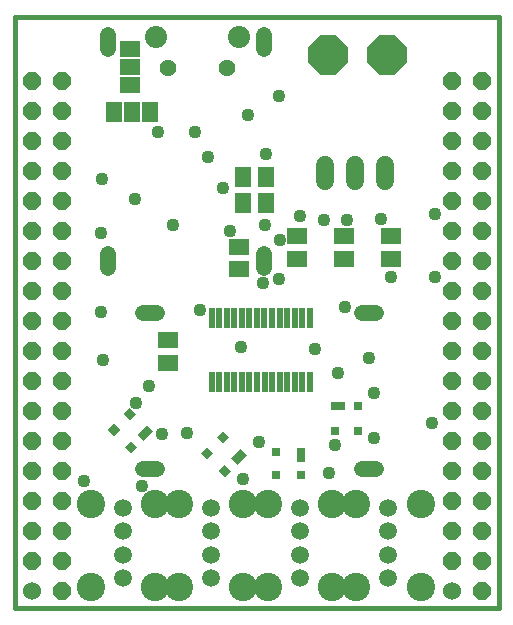
<source format=gbs>
G75*
%MOIN*%
%OFA0B0*%
%FSLAX24Y24*%
%IPPOS*%
%LPD*%
%AMOC8*
5,1,8,0,0,1.08239X$1,22.5*
%
%ADD10C,0.0160*%
%ADD11C,0.0600*%
%ADD12OC8,0.0600*%
%ADD13R,0.0198X0.0651*%
%ADD14OC8,0.1310*%
%ADD15C,0.0532*%
%ADD16C,0.0600*%
%ADD17R,0.0651X0.0572*%
%ADD18R,0.0572X0.0651*%
%ADD19R,0.0454X0.0296*%
%ADD20R,0.0296X0.0296*%
%ADD21R,0.0296X0.0454*%
%ADD22R,0.0296X0.0296*%
%ADD23R,0.0520X0.0690*%
%ADD24C,0.0591*%
%ADD25C,0.0946*%
%ADD26R,0.0690X0.0520*%
%ADD27C,0.0739*%
%ADD28C,0.0562*%
%ADD29C,0.0436*%
D10*
X002254Y004003D02*
X018396Y004003D01*
X018396Y023688D01*
X002254Y023688D01*
X002254Y004003D01*
D11*
X002825Y004558D03*
X016825Y004558D03*
D12*
X016825Y005558D03*
X016825Y006558D03*
X016825Y007558D03*
X016825Y008558D03*
X016825Y009558D03*
X016825Y010558D03*
X016825Y011558D03*
X017825Y011558D03*
X017825Y010558D03*
X017825Y009558D03*
X017825Y008558D03*
X017825Y007558D03*
X017825Y006558D03*
X017825Y005558D03*
X017825Y004558D03*
X017825Y012558D03*
X017825Y013558D03*
X017825Y014558D03*
X017825Y015558D03*
X017825Y016558D03*
X017825Y017558D03*
X017825Y018558D03*
X017825Y019558D03*
X017825Y020558D03*
X017825Y021558D03*
X016825Y021558D03*
X016825Y020558D03*
X016825Y019558D03*
X016825Y018558D03*
X016825Y017558D03*
X016825Y016558D03*
X016825Y015558D03*
X016825Y014558D03*
X016825Y013558D03*
X016825Y012558D03*
X003825Y012558D03*
X003825Y013558D03*
X003825Y014558D03*
X003825Y015558D03*
X003825Y016558D03*
X003825Y017558D03*
X003825Y018558D03*
X003825Y019558D03*
X003825Y020558D03*
X003825Y021558D03*
X002825Y021558D03*
X002825Y020558D03*
X002825Y019558D03*
X002825Y018558D03*
X002825Y017558D03*
X002825Y016558D03*
X002825Y015558D03*
X002825Y014558D03*
X002825Y013558D03*
X002825Y012558D03*
X002825Y011558D03*
X002825Y010558D03*
X002825Y009558D03*
X002825Y008558D03*
X002825Y007558D03*
X002825Y006558D03*
X002825Y005558D03*
X003825Y005558D03*
X003825Y004558D03*
X003825Y006558D03*
X003825Y007558D03*
X003825Y008558D03*
X003825Y009558D03*
X003825Y010558D03*
X003825Y011558D03*
D13*
X008820Y011524D03*
X009072Y011524D03*
X009324Y011524D03*
X009576Y011524D03*
X009828Y011524D03*
X010080Y011524D03*
X010332Y011524D03*
X010584Y011524D03*
X010836Y011524D03*
X011088Y011524D03*
X011340Y011524D03*
X011592Y011524D03*
X011844Y011524D03*
X012096Y011524D03*
X012096Y013650D03*
X011844Y013650D03*
X011592Y013650D03*
X011340Y013650D03*
X011088Y013650D03*
X010836Y013650D03*
X010576Y013650D03*
X010332Y013650D03*
X010080Y013650D03*
X009828Y013650D03*
X009576Y013650D03*
X009324Y013650D03*
X009072Y013650D03*
X008820Y013650D03*
D14*
X012687Y022428D03*
X014655Y022428D03*
D15*
X010570Y022633D02*
X010570Y023105D01*
X005370Y023105D02*
X005370Y022633D01*
X005370Y015805D02*
X005370Y015333D01*
X006536Y013840D02*
X007009Y013840D01*
X010570Y015333D02*
X010570Y015805D01*
X013836Y013840D02*
X014309Y013840D01*
X014309Y008640D02*
X013836Y008640D01*
X007009Y008640D02*
X006536Y008640D01*
D16*
X012592Y018221D02*
X012592Y018761D01*
X013592Y018761D02*
X013592Y018221D01*
X014592Y018221D02*
X014592Y018761D01*
D17*
X014813Y016385D03*
X014813Y015637D03*
X013238Y015637D03*
X013238Y016385D03*
X011663Y016385D03*
X011663Y015637D03*
X009734Y015282D03*
X009734Y016031D03*
X007372Y012920D03*
X007372Y012172D03*
D18*
X009872Y017507D03*
X009872Y018373D03*
X010620Y018373D03*
X010620Y017507D03*
D19*
X013022Y010716D03*
G36*
X009458Y008983D02*
X009778Y009303D01*
X009988Y009093D01*
X009668Y008773D01*
X009458Y008983D01*
G37*
G36*
X006348Y009770D02*
X006668Y010090D01*
X006878Y009880D01*
X006558Y009560D01*
X006348Y009770D01*
G37*
D20*
X010974Y009180D03*
X010974Y008432D03*
X011801Y008432D03*
X012943Y009889D03*
X013691Y009889D03*
X013691Y010716D03*
D21*
X011801Y009101D03*
D22*
G36*
X009041Y008564D02*
X009250Y008773D01*
X009459Y008564D01*
X009250Y008355D01*
X009041Y008564D01*
G37*
G36*
X008457Y009149D02*
X008666Y009358D01*
X008875Y009149D01*
X008666Y008940D01*
X008457Y009149D01*
G37*
G36*
X008985Y009678D02*
X009194Y009887D01*
X009403Y009678D01*
X009194Y009469D01*
X008985Y009678D01*
G37*
G36*
X005931Y009352D02*
X006140Y009561D01*
X006349Y009352D01*
X006140Y009143D01*
X005931Y009352D01*
G37*
G36*
X005346Y009936D02*
X005555Y010145D01*
X005764Y009936D01*
X005555Y009727D01*
X005346Y009936D01*
G37*
G36*
X005875Y010465D02*
X006084Y010674D01*
X006293Y010465D01*
X006084Y010256D01*
X005875Y010465D01*
G37*
D23*
X006151Y020538D03*
X005551Y020538D03*
X006751Y020538D03*
D24*
X005856Y007342D03*
X005856Y006554D03*
X005856Y005767D03*
X005856Y004979D03*
X008809Y004979D03*
X008809Y005767D03*
X008809Y006554D03*
X008809Y007342D03*
X011762Y007342D03*
X011762Y006554D03*
X011762Y005767D03*
X011762Y004979D03*
X014714Y004979D03*
X014714Y005767D03*
X014714Y006554D03*
X014714Y007342D03*
D25*
X013644Y007448D03*
X012833Y007448D03*
X010691Y007448D03*
X009880Y007448D03*
X007738Y007448D03*
X006927Y007448D03*
X004785Y007448D03*
X004785Y004692D03*
X006927Y004692D03*
X007738Y004692D03*
X009880Y004692D03*
X010691Y004692D03*
X012833Y004692D03*
X013644Y004692D03*
X015785Y004692D03*
X015785Y007448D03*
D26*
X006112Y021434D03*
X006112Y022034D03*
X006112Y022634D03*
D27*
X006978Y023019D03*
X009734Y023019D03*
D28*
X009340Y021985D03*
X007372Y021985D03*
D29*
X007018Y019869D03*
X008277Y019869D03*
X008710Y019042D03*
X009183Y017979D03*
X009419Y016562D03*
X010600Y016759D03*
X011112Y016247D03*
X011781Y017074D03*
X012569Y016916D03*
X013317Y016916D03*
X014459Y016956D03*
X014813Y015027D03*
X016270Y015027D03*
X016270Y017113D03*
X013277Y014042D03*
X012254Y012625D03*
X013041Y011838D03*
X014065Y012310D03*
X014222Y011168D03*
X014222Y009672D03*
X012923Y009436D03*
X012726Y008491D03*
X010403Y009515D03*
X009852Y008294D03*
X008002Y009830D03*
X007175Y009790D03*
X006309Y010814D03*
X006742Y011405D03*
X005207Y012271D03*
X005128Y013845D03*
X005128Y016483D03*
X006270Y017625D03*
X005167Y018294D03*
X007529Y016759D03*
X008435Y013924D03*
X009813Y012704D03*
X010522Y014830D03*
X011073Y014948D03*
X010640Y019121D03*
X010049Y020420D03*
X011073Y021050D03*
X016151Y010145D03*
X006506Y008058D03*
X004577Y008216D03*
M02*

</source>
